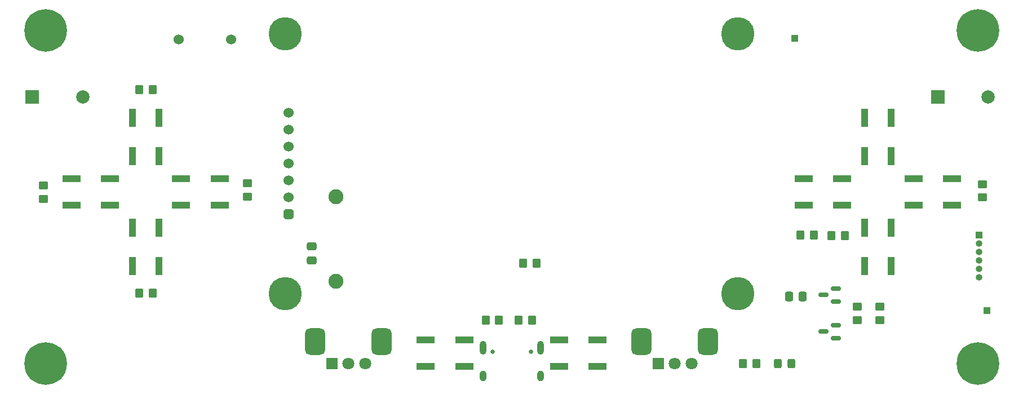
<source format=gbr>
%TF.GenerationSoftware,KiCad,Pcbnew,(6.0.4)*%
%TF.CreationDate,2022-11-06T13:58:30+01:00*%
%TF.ProjectId,GSP-1.0,4753502d-312e-4302-9e6b-696361645f70,rev?*%
%TF.SameCoordinates,Original*%
%TF.FileFunction,Soldermask,Top*%
%TF.FilePolarity,Negative*%
%FSLAX46Y46*%
G04 Gerber Fmt 4.6, Leading zero omitted, Abs format (unit mm)*
G04 Created by KiCad (PCBNEW (6.0.4)) date 2022-11-06 13:58:30*
%MOMM*%
%LPD*%
G01*
G04 APERTURE LIST*
G04 Aperture macros list*
%AMRoundRect*
0 Rectangle with rounded corners*
0 $1 Rounding radius*
0 $2 $3 $4 $5 $6 $7 $8 $9 X,Y pos of 4 corners*
0 Add a 4 corners polygon primitive as box body*
4,1,4,$2,$3,$4,$5,$6,$7,$8,$9,$2,$3,0*
0 Add four circle primitives for the rounded corners*
1,1,$1+$1,$2,$3*
1,1,$1+$1,$4,$5*
1,1,$1+$1,$6,$7*
1,1,$1+$1,$8,$9*
0 Add four rect primitives between the rounded corners*
20,1,$1+$1,$2,$3,$4,$5,0*
20,1,$1+$1,$4,$5,$6,$7,0*
20,1,$1+$1,$6,$7,$8,$9,0*
20,1,$1+$1,$8,$9,$2,$3,0*%
%AMOutline5P*
0 Free polygon, 5 corners , with rotation*
0 The origin of the aperture is its center*
0 number of corners: always 5*
0 $1 to $10 corner X, Y*
0 $11 Rotation angle, in degrees counterclockwise*
0 create outline with 5 corners*
4,1,5,$1,$2,$3,$4,$5,$6,$7,$8,$9,$10,$1,$2,$11*%
%AMOutline6P*
0 Free polygon, 6 corners , with rotation*
0 The origin of the aperture is its center*
0 number of corners: always 6*
0 $1 to $12 corner X, Y*
0 $13 Rotation angle, in degrees counterclockwise*
0 create outline with 6 corners*
4,1,6,$1,$2,$3,$4,$5,$6,$7,$8,$9,$10,$11,$12,$1,$2,$13*%
%AMOutline7P*
0 Free polygon, 7 corners , with rotation*
0 The origin of the aperture is its center*
0 number of corners: always 7*
0 $1 to $14 corner X, Y*
0 $15 Rotation angle, in degrees counterclockwise*
0 create outline with 7 corners*
4,1,7,$1,$2,$3,$4,$5,$6,$7,$8,$9,$10,$11,$12,$13,$14,$1,$2,$15*%
%AMOutline8P*
0 Free polygon, 8 corners , with rotation*
0 The origin of the aperture is its center*
0 number of corners: always 8*
0 $1 to $16 corner X, Y*
0 $17 Rotation angle, in degrees counterclockwise*
0 create outline with 8 corners*
4,1,8,$1,$2,$3,$4,$5,$6,$7,$8,$9,$10,$11,$12,$13,$14,$15,$16,$1,$2,$17*%
G04 Aperture macros list end*
%ADD10RoundRect,0.250000X-0.475000X0.337500X-0.475000X-0.337500X0.475000X-0.337500X0.475000X0.337500X0*%
%ADD11R,1.000000X2.800000*%
%ADD12R,2.800000X1.000000*%
%ADD13RoundRect,0.250000X0.350000X0.450000X-0.350000X0.450000X-0.350000X-0.450000X0.350000X-0.450000X0*%
%ADD14RoundRect,0.150000X0.587500X0.150000X-0.587500X0.150000X-0.587500X-0.150000X0.587500X-0.150000X0*%
%ADD15R,1.000000X1.000000*%
%ADD16C,0.800000*%
%ADD17C,6.400000*%
%ADD18RoundRect,0.250000X0.450000X-0.350000X0.450000X0.350000X-0.450000X0.350000X-0.450000X-0.350000X0*%
%ADD19RoundRect,0.250000X-0.350000X-0.450000X0.350000X-0.450000X0.350000X0.450000X-0.350000X0.450000X0*%
%ADD20RoundRect,0.250000X-0.450000X0.350000X-0.450000X-0.350000X0.450000X-0.350000X0.450000X0.350000X0*%
%ADD21RoundRect,0.750000X-0.750000X1.250000X-0.750000X-1.250000X0.750000X-1.250000X0.750000X1.250000X0*%
%ADD22C,1.800000*%
%ADD23R,1.800000X1.800000*%
%ADD24C,2.000000*%
%ADD25R,2.000000X2.000000*%
%ADD26C,1.524000*%
%ADD27Outline8P,-0.762000X0.457200X-0.457200X0.762000X0.457200X0.762000X0.762000X0.457200X0.762000X-0.457200X0.457200X-0.762000X-0.457200X-0.762000X-0.762000X-0.457200X0.000000*%
%ADD28C,5.000000*%
%ADD29RoundRect,0.250000X-0.337500X-0.475000X0.337500X-0.475000X0.337500X0.475000X-0.337500X0.475000X0*%
%ADD30O,1.000000X1.000000*%
%ADD31RoundRect,0.250000X0.325000X0.450000X-0.325000X0.450000X-0.325000X-0.450000X0.325000X-0.450000X0*%
%ADD32O,1.000000X1.600000*%
%ADD33O,1.000000X2.100000*%
%ADD34C,0.650000*%
%ADD35C,2.250000*%
G04 APERTURE END LIST*
D10*
%TO.C,C4*%
X120000000Y-114537500D03*
X120000000Y-112462500D03*
%TD*%
D11*
%TO.C,SW5*%
X207000000Y-93100000D03*
X207000000Y-98900000D03*
X203000000Y-98900000D03*
X203000000Y-93100000D03*
%TD*%
D12*
%TO.C,SW6*%
X210350000Y-102250000D03*
X216150000Y-102250000D03*
X210350000Y-106250000D03*
X216150000Y-106250000D03*
%TD*%
D13*
%TO.C,R8*%
X198040000Y-110800000D03*
X200040000Y-110800000D03*
%TD*%
D14*
%TO.C,Q1*%
X196812500Y-119750000D03*
X198687500Y-118800000D03*
X198687500Y-120700000D03*
%TD*%
%TO.C,Q2*%
X196812500Y-125250000D03*
X198687500Y-124300000D03*
X198687500Y-126200000D03*
%TD*%
D15*
%TO.C,J_EN1*%
X192500000Y-81200000D03*
%TD*%
D11*
%TO.C,SW7*%
X207000000Y-115400000D03*
X207000000Y-109600000D03*
X203000000Y-109600000D03*
X203000000Y-115400000D03*
%TD*%
D16*
%TO.C,REF\u002A\u002A*%
X217600000Y-130000000D03*
X220000000Y-127600000D03*
X218302944Y-128302944D03*
X222400000Y-130000000D03*
X220000000Y-132400000D03*
X221697056Y-131697056D03*
X218302944Y-131697056D03*
D17*
X220000000Y-130000000D03*
D16*
X221697056Y-128302944D03*
%TD*%
D18*
%TO.C,R7*%
X79667446Y-103303095D03*
X79667446Y-105303095D03*
%TD*%
D16*
%TO.C,REF\u002A\u002A*%
X220000000Y-82400000D03*
X222400000Y-80000000D03*
X221697056Y-78302944D03*
X221697056Y-81697056D03*
X218302944Y-81697056D03*
X220000000Y-77600000D03*
D17*
X220000000Y-80000000D03*
D16*
X217600000Y-80000000D03*
X218302944Y-78302944D03*
%TD*%
D12*
%TO.C,START1*%
X162900000Y-130500000D03*
X157100000Y-130500000D03*
X157100000Y-126500000D03*
X162900000Y-126500000D03*
%TD*%
D19*
%TO.C,R_LED1*%
X186745000Y-130000000D03*
X184745000Y-130000000D03*
%TD*%
D20*
%TO.C,R5*%
X110300000Y-104950000D03*
X110300000Y-102950000D03*
%TD*%
D21*
%TO.C,Volume2*%
X169500000Y-126700000D03*
X179500000Y-126700000D03*
D22*
X177000000Y-130000000D03*
X174500000Y-130000000D03*
D23*
X172000000Y-130000000D03*
%TD*%
D24*
%TO.C,BZ2*%
X221600000Y-90000000D03*
D25*
X214000000Y-90000000D03*
%TD*%
D18*
%TO.C,R1*%
X201950000Y-121500000D03*
X201950000Y-123500000D03*
%TD*%
D26*
%TO.C,U2*%
X116480000Y-105080000D03*
X116480000Y-100000000D03*
X116480000Y-102540000D03*
X116480000Y-97460000D03*
D27*
X116480000Y-107620000D03*
D26*
X116480000Y-94920000D03*
X116480000Y-92380000D03*
D28*
X184000000Y-80500000D03*
X116000000Y-119500000D03*
X184000000Y-119500000D03*
X116000000Y-80500000D03*
%TD*%
D29*
%TO.C,C1*%
X193717500Y-119930000D03*
X191642500Y-119930000D03*
%TD*%
D20*
%TO.C,R2*%
X205340000Y-123500000D03*
X205340000Y-121500000D03*
%TD*%
D11*
%TO.C,SW4*%
X97000000Y-115400000D03*
X97000000Y-109600000D03*
X93000000Y-109600000D03*
X93000000Y-115400000D03*
%TD*%
D19*
%TO.C,R11*%
X148106980Y-123493175D03*
X146106980Y-123493175D03*
%TD*%
D13*
%TO.C,R13*%
X151720000Y-114980000D03*
X153720000Y-114980000D03*
%TD*%
D12*
%TO.C,SW2*%
X106150000Y-102250000D03*
X100350000Y-102250000D03*
X100350000Y-106250000D03*
X106150000Y-106250000D03*
%TD*%
D20*
%TO.C,R6*%
X220750000Y-105100000D03*
X220750000Y-103100000D03*
%TD*%
D12*
%TO.C,SELECT1*%
X137100000Y-130500000D03*
X142900000Y-130500000D03*
X142900000Y-126500000D03*
X137100000Y-126500000D03*
%TD*%
D21*
%TO.C,Volume1*%
X130500000Y-126700000D03*
X120500000Y-126700000D03*
D22*
X128000000Y-130000000D03*
X125500000Y-130000000D03*
D23*
X123000000Y-130000000D03*
%TD*%
D24*
%TO.C,BZ1*%
X85600000Y-90000000D03*
D25*
X78000000Y-90000000D03*
%TD*%
D12*
%TO.C,SW3*%
X83850000Y-102250000D03*
X89650000Y-102250000D03*
X89650000Y-106250000D03*
X83850000Y-106250000D03*
%TD*%
D19*
%TO.C,R12*%
X153074149Y-123489461D03*
X151074149Y-123489461D03*
%TD*%
D16*
%TO.C,REF\u002A\u002A*%
X81697056Y-131697056D03*
X78302944Y-131697056D03*
D17*
X80000000Y-130000000D03*
D16*
X82400000Y-130000000D03*
X81697056Y-128302944D03*
X77600000Y-130000000D03*
X80000000Y-127600000D03*
X78302944Y-128302944D03*
X80000000Y-132400000D03*
%TD*%
D19*
%TO.C,R9*%
X96076964Y-119419399D03*
X94076964Y-119419399D03*
%TD*%
D16*
%TO.C,REF\u002A\u002A*%
X80000000Y-82400000D03*
X81697056Y-78302944D03*
X77600000Y-80000000D03*
X82400000Y-80000000D03*
X81697056Y-81697056D03*
X80000000Y-77600000D03*
X78302944Y-81697056D03*
D17*
X80000000Y-80000000D03*
D16*
X78302944Y-78302944D03*
%TD*%
D30*
%TO.C,J_UART1*%
X220210000Y-117050000D03*
X220210000Y-115780000D03*
X220210000Y-114510000D03*
X220210000Y-113240000D03*
X220210000Y-111970000D03*
D15*
X220210000Y-110700000D03*
%TD*%
%TO.C,J_IO_1*%
X221360000Y-122050000D03*
%TD*%
D11*
%TO.C,SW1*%
X97000000Y-93100000D03*
X97000000Y-98900000D03*
X93000000Y-93100000D03*
X93000000Y-98900000D03*
%TD*%
D19*
%TO.C,R10*%
X195369235Y-110774011D03*
X193369235Y-110774011D03*
%TD*%
D12*
%TO.C,SW8*%
X193850000Y-102250000D03*
X199650000Y-102250000D03*
X199650000Y-106250000D03*
X193850000Y-106250000D03*
%TD*%
D31*
%TO.C,D_3V3*%
X189989122Y-130000000D03*
X192039122Y-130000000D03*
%TD*%
D19*
%TO.C,R3*%
X96066495Y-88896356D03*
X94066495Y-88896356D03*
%TD*%
D26*
%TO.C,SW_PWR1*%
X99965000Y-81365000D03*
X107885000Y-81365000D03*
%TD*%
D32*
%TO.C,J1*%
X145680000Y-131870000D03*
D33*
X145680000Y-127690000D03*
D32*
X154320000Y-131870000D03*
D33*
X154320000Y-127690000D03*
D34*
X147110000Y-128220000D03*
X152890000Y-128220000D03*
%TD*%
D35*
%TO.C,BT1*%
X123580000Y-105000000D03*
X123580000Y-117700000D03*
%TD*%
M02*

</source>
